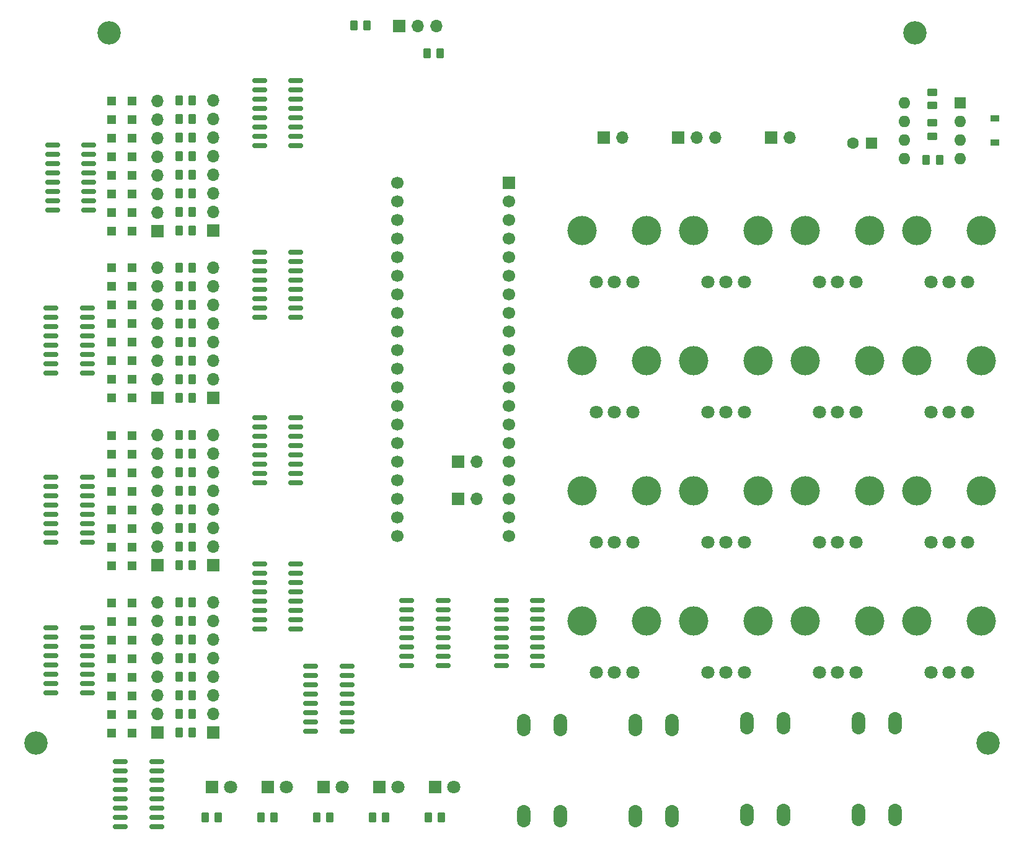
<source format=gbr>
%TF.GenerationSoftware,KiCad,Pcbnew,(6.0.1)*%
%TF.CreationDate,2022-07-13T15:29:40+01:00*%
%TF.ProjectId,polymod_proto_1,706f6c79-6d6f-4645-9f70-726f746f5f31,rev?*%
%TF.SameCoordinates,Original*%
%TF.FileFunction,Soldermask,Top*%
%TF.FilePolarity,Negative*%
%FSLAX46Y46*%
G04 Gerber Fmt 4.6, Leading zero omitted, Abs format (unit mm)*
G04 Created by KiCad (PCBNEW (6.0.1)) date 2022-07-13 15:29:40*
%MOMM*%
%LPD*%
G01*
G04 APERTURE LIST*
G04 Aperture macros list*
%AMRoundRect*
0 Rectangle with rounded corners*
0 $1 Rounding radius*
0 $2 $3 $4 $5 $6 $7 $8 $9 X,Y pos of 4 corners*
0 Add a 4 corners polygon primitive as box body*
4,1,4,$2,$3,$4,$5,$6,$7,$8,$9,$2,$3,0*
0 Add four circle primitives for the rounded corners*
1,1,$1+$1,$2,$3*
1,1,$1+$1,$4,$5*
1,1,$1+$1,$6,$7*
1,1,$1+$1,$8,$9*
0 Add four rect primitives between the rounded corners*
20,1,$1+$1,$2,$3,$4,$5,0*
20,1,$1+$1,$4,$5,$6,$7,0*
20,1,$1+$1,$6,$7,$8,$9,0*
20,1,$1+$1,$8,$9,$2,$3,0*%
G04 Aperture macros list end*
%ADD10C,4.000000*%
%ADD11C,1.800000*%
%ADD12RoundRect,0.150000X-0.825000X-0.150000X0.825000X-0.150000X0.825000X0.150000X-0.825000X0.150000X0*%
%ADD13R,1.200000X1.200000*%
%ADD14RoundRect,0.250000X0.262500X0.450000X-0.262500X0.450000X-0.262500X-0.450000X0.262500X-0.450000X0*%
%ADD15R,1.700000X1.700000*%
%ADD16O,1.700000X1.700000*%
%ADD17RoundRect,0.250000X-0.262500X-0.450000X0.262500X-0.450000X0.262500X0.450000X-0.262500X0.450000X0*%
%ADD18RoundRect,0.150000X0.825000X0.150000X-0.825000X0.150000X-0.825000X-0.150000X0.825000X-0.150000X0*%
%ADD19R,1.200000X0.900000*%
%ADD20O,1.850000X3.048000*%
%ADD21R,1.800000X1.800000*%
%ADD22RoundRect,0.250000X-0.450000X0.262500X-0.450000X-0.262500X0.450000X-0.262500X0.450000X0.262500X0*%
%ADD23C,3.200000*%
%ADD24RoundRect,0.250000X0.450000X-0.262500X0.450000X0.262500X-0.450000X0.262500X-0.450000X-0.262500X0*%
%ADD25C,1.700000*%
%ADD26R,1.600000X1.600000*%
%ADD27O,1.600000X1.600000*%
%ADD28C,1.600000*%
G04 APERTURE END LIST*
D10*
%TO.C,RV12*%
X205320000Y-101610000D03*
X214120000Y-101610000D03*
D11*
X212220000Y-108610000D03*
X209720000Y-108610000D03*
X207220000Y-108610000D03*
%TD*%
D10*
%TO.C,RV10*%
X174840000Y-101610000D03*
X183640000Y-101610000D03*
D11*
X181740000Y-108610000D03*
X179240000Y-108610000D03*
X176740000Y-108610000D03*
%TD*%
D10*
%TO.C,RV13*%
X159600000Y-119390000D03*
X168400000Y-119390000D03*
D11*
X166500000Y-126390000D03*
X164000000Y-126390000D03*
X161500000Y-126390000D03*
%TD*%
D10*
%TO.C,RV9*%
X159600000Y-101610000D03*
X168400000Y-101610000D03*
D11*
X166500000Y-108610000D03*
X164000000Y-108610000D03*
X161500000Y-108610000D03*
%TD*%
D10*
%TO.C,RV6*%
X174840000Y-83830000D03*
X183640000Y-83830000D03*
D11*
X181740000Y-90830000D03*
X179240000Y-90830000D03*
X176740000Y-90830000D03*
%TD*%
D10*
%TO.C,RV14*%
X174840000Y-119390000D03*
X183640000Y-119390000D03*
D11*
X181740000Y-126390000D03*
X179240000Y-126390000D03*
X176740000Y-126390000D03*
%TD*%
D10*
%TO.C,RV3*%
X190080000Y-66050000D03*
X198880000Y-66050000D03*
D11*
X196980000Y-73050000D03*
X194480000Y-73050000D03*
X191980000Y-73050000D03*
%TD*%
D10*
%TO.C,RV2*%
X174840000Y-66050000D03*
X183640000Y-66050000D03*
D11*
X181740000Y-73050000D03*
X179240000Y-73050000D03*
X176740000Y-73050000D03*
%TD*%
D10*
%TO.C,RV15*%
X190080000Y-119390000D03*
X198880000Y-119390000D03*
D11*
X196980000Y-126390000D03*
X194480000Y-126390000D03*
X191980000Y-126390000D03*
%TD*%
D10*
%TO.C,RV8*%
X205320000Y-83830000D03*
X214120000Y-83830000D03*
D11*
X212220000Y-90830000D03*
X209720000Y-90830000D03*
X207220000Y-90830000D03*
%TD*%
D10*
%TO.C,RV11*%
X190080000Y-101610000D03*
X198880000Y-101610000D03*
D11*
X196980000Y-108610000D03*
X194480000Y-108610000D03*
X191980000Y-108610000D03*
%TD*%
D10*
%TO.C,RV1*%
X159600000Y-66050000D03*
X168400000Y-66050000D03*
D11*
X166500000Y-73050000D03*
X164000000Y-73050000D03*
X161500000Y-73050000D03*
%TD*%
D10*
%TO.C,RV4*%
X205320000Y-66050000D03*
X214120000Y-66050000D03*
D11*
X212220000Y-73050000D03*
X209720000Y-73050000D03*
X207220000Y-73050000D03*
%TD*%
D10*
%TO.C,RV16*%
X205320000Y-119390000D03*
X214120000Y-119390000D03*
D11*
X212220000Y-126390000D03*
X209720000Y-126390000D03*
X207220000Y-126390000D03*
%TD*%
D10*
%TO.C,RV5*%
X159600000Y-83830000D03*
X168400000Y-83830000D03*
D11*
X166500000Y-90830000D03*
X164000000Y-90830000D03*
X161500000Y-90830000D03*
%TD*%
D10*
%TO.C,RV7*%
X190080000Y-83830000D03*
X198880000Y-83830000D03*
D11*
X196980000Y-90830000D03*
X194480000Y-90830000D03*
X191980000Y-90830000D03*
%TD*%
D12*
%TO.C,U6*%
X115525000Y-45555000D03*
X115525000Y-46825000D03*
X115525000Y-48095000D03*
X115525000Y-49365000D03*
X115525000Y-50635000D03*
X115525000Y-51905000D03*
X115525000Y-53175000D03*
X115525000Y-54445000D03*
X120475000Y-54445000D03*
X120475000Y-53175000D03*
X120475000Y-51905000D03*
X120475000Y-50635000D03*
X120475000Y-49365000D03*
X120475000Y-48095000D03*
X120475000Y-46825000D03*
X120475000Y-45555000D03*
%TD*%
D13*
%TO.C,D36*%
X98140000Y-122000000D03*
X95340000Y-122000000D03*
%TD*%
D14*
%TO.C,R17*%
X106325000Y-66040000D03*
X104500000Y-66040000D03*
%TD*%
D13*
%TO.C,D28*%
X98140000Y-99140000D03*
X95340000Y-99140000D03*
%TD*%
D14*
%TO.C,R40*%
X106325000Y-121920000D03*
X104500000Y-121920000D03*
%TD*%
D15*
%TO.C,JP1*%
X185420000Y-53340000D03*
D16*
X187960000Y-53340000D03*
%TD*%
D12*
%TO.C,U13*%
X115525000Y-111555000D03*
X115525000Y-112825000D03*
X115525000Y-114095000D03*
X115525000Y-115365000D03*
X115525000Y-116635000D03*
X115525000Y-117905000D03*
X115525000Y-119175000D03*
X115525000Y-120445000D03*
X120475000Y-120445000D03*
X120475000Y-119175000D03*
X120475000Y-117905000D03*
X120475000Y-116635000D03*
X120475000Y-115365000D03*
X120475000Y-114095000D03*
X120475000Y-112825000D03*
X120475000Y-111555000D03*
%TD*%
D14*
%TO.C,R22*%
X106325000Y-73660000D03*
X104500000Y-73660000D03*
%TD*%
D13*
%TO.C,D35*%
X98140000Y-124540000D03*
X95340000Y-124540000D03*
%TD*%
D14*
%TO.C,R39*%
X106325000Y-132080000D03*
X104500000Y-132080000D03*
%TD*%
D13*
%TO.C,D8*%
X98100000Y-63560000D03*
X95300000Y-63560000D03*
%TD*%
%TO.C,D33*%
X98140000Y-129620000D03*
X95340000Y-129620000D03*
%TD*%
D14*
%TO.C,R36*%
X106325000Y-116840000D03*
X104500000Y-116840000D03*
%TD*%
D13*
%TO.C,D26*%
X98140000Y-104220000D03*
X95340000Y-104220000D03*
%TD*%
D17*
%TO.C,R10*%
X138567500Y-146220000D03*
X140392500Y-146220000D03*
%TD*%
D14*
%TO.C,R41*%
X106325000Y-134620000D03*
X104500000Y-134620000D03*
%TD*%
D18*
%TO.C,U10*%
X91975000Y-129145000D03*
X91975000Y-127875000D03*
X91975000Y-126605000D03*
X91975000Y-125335000D03*
X91975000Y-124065000D03*
X91975000Y-122795000D03*
X91975000Y-121525000D03*
X91975000Y-120255000D03*
X87025000Y-120255000D03*
X87025000Y-121525000D03*
X87025000Y-122795000D03*
X87025000Y-124065000D03*
X87025000Y-125335000D03*
X87025000Y-126605000D03*
X87025000Y-127875000D03*
X87025000Y-129145000D03*
%TD*%
D13*
%TO.C,D13*%
X98100000Y-50860000D03*
X95300000Y-50860000D03*
%TD*%
D18*
%TO.C,U9*%
X91975000Y-108595000D03*
X91975000Y-107325000D03*
X91975000Y-106055000D03*
X91975000Y-104785000D03*
X91975000Y-103515000D03*
X91975000Y-102245000D03*
X91975000Y-100975000D03*
X91975000Y-99705000D03*
X87025000Y-99705000D03*
X87025000Y-100975000D03*
X87025000Y-102245000D03*
X87025000Y-103515000D03*
X87025000Y-104785000D03*
X87025000Y-106055000D03*
X87025000Y-107325000D03*
X87025000Y-108595000D03*
%TD*%
D13*
%TO.C,D9*%
X98100000Y-61020000D03*
X95300000Y-61020000D03*
%TD*%
D14*
%TO.C,R12*%
X106325000Y-48260000D03*
X104500000Y-48260000D03*
%TD*%
D12*
%TO.C,U12*%
X115525000Y-91555000D03*
X115525000Y-92825000D03*
X115525000Y-94095000D03*
X115525000Y-95365000D03*
X115525000Y-96635000D03*
X115525000Y-97905000D03*
X115525000Y-99175000D03*
X115525000Y-100445000D03*
X120475000Y-100445000D03*
X120475000Y-99175000D03*
X120475000Y-97905000D03*
X120475000Y-96635000D03*
X120475000Y-95365000D03*
X120475000Y-94095000D03*
X120475000Y-92825000D03*
X120475000Y-91555000D03*
%TD*%
D13*
%TO.C,D7*%
X98100000Y-66100000D03*
X95300000Y-66100000D03*
%TD*%
D14*
%TO.C,R29*%
X106325000Y-106680000D03*
X104500000Y-106680000D03*
%TD*%
D13*
%TO.C,D17*%
X98100000Y-83800000D03*
X95300000Y-83800000D03*
%TD*%
D19*
%TO.C,D1*%
X216000000Y-50700000D03*
X216000000Y-54000000D03*
%TD*%
D13*
%TO.C,D11*%
X98100000Y-55940000D03*
X95300000Y-55940000D03*
%TD*%
%TO.C,D29*%
X98140000Y-96600000D03*
X95340000Y-96600000D03*
%TD*%
D15*
%TO.C,J10*%
X101600000Y-134620000D03*
D16*
X101600000Y-132080000D03*
X101600000Y-129540000D03*
X101600000Y-127000000D03*
X101600000Y-124460000D03*
X101600000Y-121920000D03*
X101600000Y-119380000D03*
X101600000Y-116840000D03*
%TD*%
D20*
%TO.C,SW3*%
X182120000Y-133340000D03*
X182120000Y-145840000D03*
X187120000Y-145840000D03*
X187120000Y-133340000D03*
%TD*%
D17*
%TO.C,R9*%
X130947500Y-146220000D03*
X132772500Y-146220000D03*
%TD*%
D21*
%TO.C,D4*%
X124240000Y-142000000D03*
D11*
X126780000Y-142000000D03*
%TD*%
D14*
%TO.C,R15*%
X106325000Y-63500000D03*
X104500000Y-63500000D03*
%TD*%
D15*
%TO.C,J7*%
X109220000Y-66040000D03*
D16*
X109220000Y-63500000D03*
X109220000Y-60960000D03*
X109220000Y-58420000D03*
X109220000Y-55880000D03*
X109220000Y-53340000D03*
X109220000Y-50800000D03*
X109220000Y-48260000D03*
%TD*%
D14*
%TO.C,R42*%
X106325000Y-124460000D03*
X104500000Y-124460000D03*
%TD*%
D18*
%TO.C,U8*%
X91975000Y-85445000D03*
X91975000Y-84175000D03*
X91975000Y-82905000D03*
X91975000Y-81635000D03*
X91975000Y-80365000D03*
X91975000Y-79095000D03*
X91975000Y-77825000D03*
X91975000Y-76555000D03*
X87025000Y-76555000D03*
X87025000Y-77825000D03*
X87025000Y-79095000D03*
X87025000Y-80365000D03*
X87025000Y-81635000D03*
X87025000Y-82905000D03*
X87025000Y-84175000D03*
X87025000Y-85445000D03*
%TD*%
D14*
%TO.C,R33*%
X106325000Y-111760000D03*
X104500000Y-111760000D03*
%TD*%
D17*
%TO.C,R1*%
X206587500Y-56400000D03*
X208412500Y-56400000D03*
%TD*%
D20*
%TO.C,SW4*%
X197320000Y-145840000D03*
X197320000Y-133340000D03*
X202320000Y-145840000D03*
X202320000Y-133340000D03*
%TD*%
D18*
%TO.C,U5*%
X92175000Y-63245000D03*
X92175000Y-61975000D03*
X92175000Y-60705000D03*
X92175000Y-59435000D03*
X92175000Y-58165000D03*
X92175000Y-56895000D03*
X92175000Y-55625000D03*
X92175000Y-54355000D03*
X87225000Y-54355000D03*
X87225000Y-55625000D03*
X87225000Y-56895000D03*
X87225000Y-58165000D03*
X87225000Y-59435000D03*
X87225000Y-60705000D03*
X87225000Y-61975000D03*
X87225000Y-63245000D03*
%TD*%
D13*
%TO.C,D38*%
X98140000Y-116920000D03*
X95340000Y-116920000D03*
%TD*%
D15*
%TO.C,J4*%
X162560000Y-53340000D03*
D16*
X165100000Y-53340000D03*
%TD*%
D15*
%TO.C,J11*%
X109220000Y-88900000D03*
D16*
X109220000Y-86360000D03*
X109220000Y-83820000D03*
X109220000Y-81280000D03*
X109220000Y-78740000D03*
X109220000Y-76200000D03*
X109220000Y-73660000D03*
X109220000Y-71120000D03*
%TD*%
D13*
%TO.C,D20*%
X98100000Y-76180000D03*
X95300000Y-76180000D03*
%TD*%
%TO.C,D27*%
X98140000Y-101680000D03*
X95340000Y-101680000D03*
%TD*%
D22*
%TO.C,R3*%
X207400000Y-47100000D03*
X207400000Y-48925000D03*
%TD*%
D17*
%TO.C,R8*%
X123327500Y-146220000D03*
X125152500Y-146220000D03*
%TD*%
D13*
%TO.C,D34*%
X98140000Y-127080000D03*
X95340000Y-127080000D03*
%TD*%
D12*
%TO.C,U11*%
X115525000Y-68955000D03*
X115525000Y-70225000D03*
X115525000Y-71495000D03*
X115525000Y-72765000D03*
X115525000Y-74035000D03*
X115525000Y-75305000D03*
X115525000Y-76575000D03*
X115525000Y-77845000D03*
X120475000Y-77845000D03*
X120475000Y-76575000D03*
X120475000Y-75305000D03*
X120475000Y-74035000D03*
X120475000Y-72765000D03*
X120475000Y-71495000D03*
X120475000Y-70225000D03*
X120475000Y-68955000D03*
%TD*%
D14*
%TO.C,R28*%
X106325000Y-93980000D03*
X104500000Y-93980000D03*
%TD*%
D23*
%TO.C,H4*%
X215000000Y-136000000D03*
%TD*%
D13*
%TO.C,D25*%
X98140000Y-106760000D03*
X95340000Y-106760000D03*
%TD*%
D21*
%TO.C,D5*%
X131860000Y-142000000D03*
D11*
X134400000Y-142000000D03*
%TD*%
D20*
%TO.C,SW1*%
X151600000Y-133540000D03*
X151600000Y-146040000D03*
X156600000Y-146040000D03*
X156600000Y-133540000D03*
%TD*%
D13*
%TO.C,D32*%
X98140000Y-132160000D03*
X95340000Y-132160000D03*
%TD*%
D15*
%TO.C,J9*%
X101600000Y-111760000D03*
D16*
X101600000Y-109220000D03*
X101600000Y-106680000D03*
X101600000Y-104140000D03*
X101600000Y-101600000D03*
X101600000Y-99060000D03*
X101600000Y-96520000D03*
X101600000Y-93980000D03*
%TD*%
D14*
%TO.C,R23*%
X106325000Y-86360000D03*
X104500000Y-86360000D03*
%TD*%
D17*
%TO.C,R4*%
X128375000Y-38000000D03*
X130200000Y-38000000D03*
%TD*%
D13*
%TO.C,D30*%
X98140000Y-94060000D03*
X95340000Y-94060000D03*
%TD*%
D17*
%TO.C,R7*%
X115707500Y-146220000D03*
X117532500Y-146220000D03*
%TD*%
D21*
%TO.C,D2*%
X109000000Y-142000000D03*
D11*
X111540000Y-142000000D03*
%TD*%
D12*
%TO.C,U3*%
X122525000Y-125555000D03*
X122525000Y-126825000D03*
X122525000Y-128095000D03*
X122525000Y-129365000D03*
X122525000Y-130635000D03*
X122525000Y-131905000D03*
X122525000Y-133175000D03*
X122525000Y-134445000D03*
X127475000Y-134445000D03*
X127475000Y-133175000D03*
X127475000Y-131905000D03*
X127475000Y-130635000D03*
X127475000Y-129365000D03*
X127475000Y-128095000D03*
X127475000Y-126825000D03*
X127475000Y-125555000D03*
%TD*%
D14*
%TO.C,R34*%
X106325000Y-101600000D03*
X104500000Y-101600000D03*
%TD*%
D13*
%TO.C,D12*%
X98100000Y-53400000D03*
X95300000Y-53400000D03*
%TD*%
%TO.C,D15*%
X98100000Y-88880000D03*
X95300000Y-88880000D03*
%TD*%
%TO.C,D37*%
X98140000Y-119460000D03*
X95340000Y-119460000D03*
%TD*%
D14*
%TO.C,R18*%
X106325000Y-55880000D03*
X104500000Y-55880000D03*
%TD*%
D13*
%TO.C,D19*%
X98100000Y-78720000D03*
X95300000Y-78720000D03*
%TD*%
D15*
%TO.C,J8*%
X101600000Y-88900000D03*
D16*
X101600000Y-86360000D03*
X101600000Y-83820000D03*
X101600000Y-81280000D03*
X101600000Y-78740000D03*
X101600000Y-76200000D03*
X101600000Y-73660000D03*
X101600000Y-71120000D03*
%TD*%
D14*
%TO.C,R32*%
X106325000Y-99060000D03*
X104500000Y-99060000D03*
%TD*%
D13*
%TO.C,D24*%
X98140000Y-109300000D03*
X95340000Y-109300000D03*
%TD*%
D18*
%TO.C,U2*%
X101475000Y-147445000D03*
X101475000Y-146175000D03*
X101475000Y-144905000D03*
X101475000Y-143635000D03*
X101475000Y-142365000D03*
X101475000Y-141095000D03*
X101475000Y-139825000D03*
X101475000Y-138555000D03*
X96525000Y-138555000D03*
X96525000Y-139825000D03*
X96525000Y-141095000D03*
X96525000Y-142365000D03*
X96525000Y-143635000D03*
X96525000Y-144905000D03*
X96525000Y-146175000D03*
X96525000Y-147445000D03*
%TD*%
D13*
%TO.C,D23*%
X98140000Y-111840000D03*
X95340000Y-111840000D03*
%TD*%
D14*
%TO.C,R11*%
X106325000Y-58420000D03*
X104500000Y-58420000D03*
%TD*%
D20*
%TO.C,SW2*%
X166880000Y-146040000D03*
X166880000Y-133540000D03*
X171880000Y-133540000D03*
X171880000Y-146040000D03*
%TD*%
D14*
%TO.C,R16*%
X106325000Y-53340000D03*
X104500000Y-53340000D03*
%TD*%
D24*
%TO.C,R2*%
X207400000Y-53125000D03*
X207400000Y-51300000D03*
%TD*%
D13*
%TO.C,D14*%
X98100000Y-48320000D03*
X95300000Y-48320000D03*
%TD*%
D14*
%TO.C,R35*%
X106325000Y-127000000D03*
X104500000Y-127000000D03*
%TD*%
%TO.C,R24*%
X106325000Y-76200000D03*
X104500000Y-76200000D03*
%TD*%
D15*
%TO.C,J13*%
X109200000Y-134620000D03*
D16*
X109200000Y-132080000D03*
X109200000Y-129540000D03*
X109200000Y-127000000D03*
X109200000Y-124460000D03*
X109200000Y-121920000D03*
X109200000Y-119380000D03*
X109200000Y-116840000D03*
%TD*%
D13*
%TO.C,D16*%
X98100000Y-86340000D03*
X95300000Y-86340000D03*
%TD*%
%TO.C,D31*%
X98140000Y-134700000D03*
X95340000Y-134700000D03*
%TD*%
D14*
%TO.C,R13*%
X106325000Y-60960000D03*
X104500000Y-60960000D03*
%TD*%
%TO.C,R38*%
X106325000Y-119380000D03*
X104500000Y-119380000D03*
%TD*%
%TO.C,R21*%
X106325000Y-83820000D03*
X104500000Y-83820000D03*
%TD*%
D12*
%TO.C,U4*%
X148525000Y-116555000D03*
X148525000Y-117825000D03*
X148525000Y-119095000D03*
X148525000Y-120365000D03*
X148525000Y-121635000D03*
X148525000Y-122905000D03*
X148525000Y-124175000D03*
X148525000Y-125445000D03*
X153475000Y-125445000D03*
X153475000Y-124175000D03*
X153475000Y-122905000D03*
X153475000Y-121635000D03*
X153475000Y-120365000D03*
X153475000Y-119095000D03*
X153475000Y-117825000D03*
X153475000Y-116555000D03*
%TD*%
D15*
%TO.C,J6*%
X101600000Y-66120000D03*
D16*
X101600000Y-63580000D03*
X101600000Y-61040000D03*
X101600000Y-58500000D03*
X101600000Y-55960000D03*
X101600000Y-53420000D03*
X101600000Y-50880000D03*
X101600000Y-48340000D03*
%TD*%
D15*
%TO.C,J1*%
X142660000Y-102700000D03*
D16*
X145200000Y-102700000D03*
%TD*%
D21*
%TO.C,D6*%
X139480000Y-142000000D03*
D11*
X142020000Y-142000000D03*
%TD*%
D13*
%TO.C,D21*%
X98100000Y-73640000D03*
X95300000Y-73640000D03*
%TD*%
D17*
%TO.C,R6*%
X108087500Y-146220000D03*
X109912500Y-146220000D03*
%TD*%
D23*
%TO.C,H2*%
X205000000Y-39000000D03*
%TD*%
D15*
%TO.C,J14*%
X172720000Y-53340000D03*
D16*
X175260000Y-53340000D03*
X177800000Y-53340000D03*
%TD*%
D14*
%TO.C,R27*%
X106325000Y-104140000D03*
X104500000Y-104140000D03*
%TD*%
D13*
%TO.C,D18*%
X98100000Y-81260000D03*
X95300000Y-81260000D03*
%TD*%
D14*
%TO.C,R19*%
X106325000Y-81280000D03*
X104500000Y-81280000D03*
%TD*%
D15*
%TO.C,J2*%
X134620000Y-38100000D03*
D16*
X137160000Y-38100000D03*
X139700000Y-38100000D03*
%TD*%
D14*
%TO.C,R14*%
X106325000Y-50800000D03*
X104500000Y-50800000D03*
%TD*%
%TO.C,R25*%
X106325000Y-88900000D03*
X104500000Y-88900000D03*
%TD*%
D13*
%TO.C,D10*%
X98100000Y-58480000D03*
X95300000Y-58480000D03*
%TD*%
%TO.C,D22*%
X98100000Y-71100000D03*
X95300000Y-71100000D03*
%TD*%
D14*
%TO.C,R31*%
X106325000Y-109220000D03*
X104500000Y-109220000D03*
%TD*%
%TO.C,R26*%
X106325000Y-78740000D03*
X104500000Y-78740000D03*
%TD*%
D12*
%TO.C,U7*%
X135625000Y-116555000D03*
X135625000Y-117825000D03*
X135625000Y-119095000D03*
X135625000Y-120365000D03*
X135625000Y-121635000D03*
X135625000Y-122905000D03*
X135625000Y-124175000D03*
X135625000Y-125445000D03*
X140575000Y-125445000D03*
X140575000Y-124175000D03*
X140575000Y-122905000D03*
X140575000Y-121635000D03*
X140575000Y-120365000D03*
X140575000Y-119095000D03*
X140575000Y-117825000D03*
X140575000Y-116555000D03*
%TD*%
D21*
%TO.C,D3*%
X116620000Y-142000000D03*
D11*
X119160000Y-142000000D03*
%TD*%
D15*
%TO.C,J12*%
X109220000Y-111760000D03*
D16*
X109220000Y-109220000D03*
X109220000Y-106680000D03*
X109220000Y-104140000D03*
X109220000Y-101600000D03*
X109220000Y-99060000D03*
X109220000Y-96520000D03*
X109220000Y-93980000D03*
%TD*%
D23*
%TO.C,H3*%
X85000000Y-136000000D03*
%TD*%
D17*
%TO.C,R5*%
X138400000Y-41800000D03*
X140225000Y-41800000D03*
%TD*%
D15*
%TO.C,J3*%
X142600000Y-97600000D03*
D16*
X145140000Y-97600000D03*
%TD*%
D14*
%TO.C,R20*%
X106325000Y-71120000D03*
X104500000Y-71120000D03*
%TD*%
%TO.C,R37*%
X106325000Y-129540000D03*
X104500000Y-129540000D03*
%TD*%
%TO.C,R30*%
X106325000Y-96520000D03*
X104500000Y-96520000D03*
%TD*%
D23*
%TO.C,H1*%
X95000000Y-39000000D03*
%TD*%
D15*
%TO.C,A1*%
X149577500Y-59500000D03*
D25*
X149577500Y-62040000D03*
X149577500Y-64580000D03*
X149577500Y-67120000D03*
X149577500Y-69660000D03*
X149577500Y-72200000D03*
X149577500Y-74740000D03*
X149577500Y-77280000D03*
X149577500Y-79820000D03*
X149577500Y-82360000D03*
X149577500Y-84900000D03*
X149577500Y-87440000D03*
X149577500Y-89980000D03*
X149577500Y-92520000D03*
X149577500Y-95060000D03*
X149577500Y-97600000D03*
X149577500Y-100140000D03*
X149577500Y-102680000D03*
X149577500Y-105220000D03*
X149577500Y-107760000D03*
X134337500Y-107760000D03*
X134337500Y-105220000D03*
X134337500Y-102680000D03*
X134337500Y-100140000D03*
X134337500Y-97600000D03*
X134337500Y-95060000D03*
X134337500Y-92520000D03*
X134337500Y-89980000D03*
X134337500Y-87440000D03*
X134337500Y-84900000D03*
X134337500Y-82360000D03*
X134337500Y-79820000D03*
X134337500Y-77280000D03*
X134337500Y-74740000D03*
X134337500Y-72200000D03*
X134337500Y-69660000D03*
X134337500Y-67120000D03*
X134337500Y-64580000D03*
X134337500Y-62040000D03*
X134337500Y-59500000D03*
%TD*%
D26*
%TO.C,U1*%
X211200000Y-48600000D03*
D27*
X211200000Y-51140000D03*
X211200000Y-53680000D03*
X211200000Y-56220000D03*
X203580000Y-56220000D03*
X203580000Y-53680000D03*
X203580000Y-51140000D03*
X203580000Y-48600000D03*
%TD*%
D26*
%TO.C,C1*%
X199082380Y-54100000D03*
D28*
X196582380Y-54100000D03*
%TD*%
M02*

</source>
